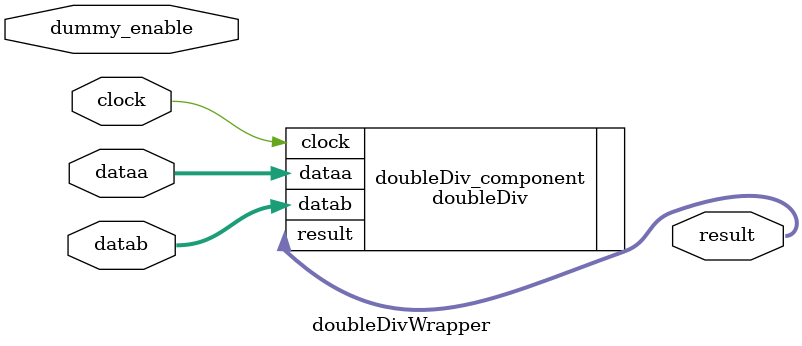
<source format=v>


module doubleDivWrapper (
	clock,
	dataa,
	datab,
	result,
	dummy_enable);

	input		clock;
	input	[63:0]	dataa;
	input	[63:0]	datab;
	output	[63:0]	result;
	input		dummy_enable;

	doubleDiv doubleDiv_component (
		.clock(clock),
		.dataa(dataa),
		.datab(datab),
		.result(result)
	);
endmodule

</source>
